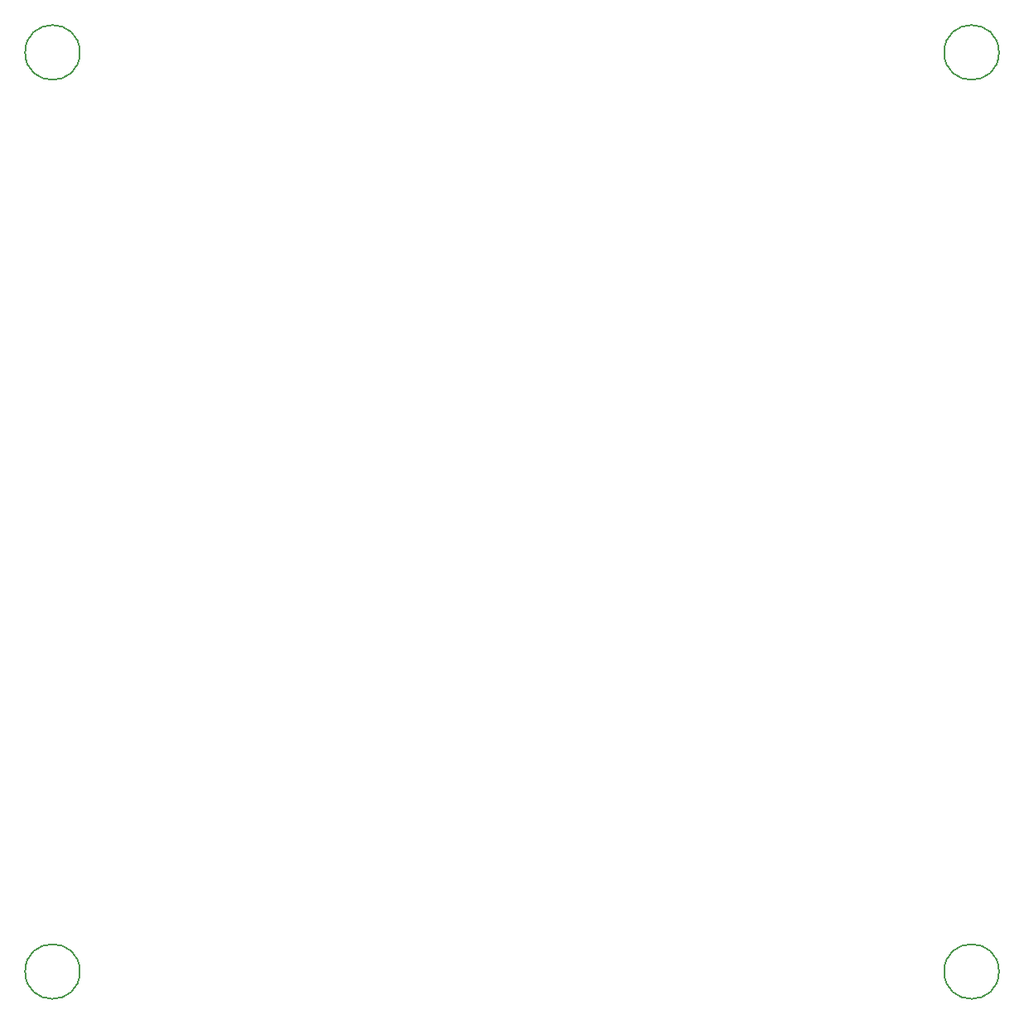
<source format=gbr>
G04 #@! TF.GenerationSoftware,KiCad,Pcbnew,9.0.3*
G04 #@! TF.CreationDate,2025-08-04T14:08:22+02:00*
G04 #@! TF.ProjectId,esp-motioncontroller,6573702d-6d6f-4746-996f-6e636f6e7472,1.0.0*
G04 #@! TF.SameCoordinates,Original*
G04 #@! TF.FileFunction,Other,Comment*
%FSLAX46Y46*%
G04 Gerber Fmt 4.6, Leading zero omitted, Abs format (unit mm)*
G04 Created by KiCad (PCBNEW 9.0.3) date 2025-08-04 14:08:22*
%MOMM*%
%LPD*%
G01*
G04 APERTURE LIST*
%ADD10C,0.150000*%
G04 APERTURE END LIST*
D10*
G04 #@! TO.C,H3*
X150800000Y-141000000D02*
G75*
G02*
X145200000Y-141000000I-2800000J0D01*
G01*
X145200000Y-141000000D02*
G75*
G02*
X150800000Y-141000000I2800000J0D01*
G01*
G04 #@! TO.C,H4*
X56800000Y-141000000D02*
G75*
G02*
X51200000Y-141000000I-2800000J0D01*
G01*
X51200000Y-141000000D02*
G75*
G02*
X56800000Y-141000000I2800000J0D01*
G01*
G04 #@! TO.C,H1*
X56800000Y-47000000D02*
G75*
G02*
X51200000Y-47000000I-2800000J0D01*
G01*
X51200000Y-47000000D02*
G75*
G02*
X56800000Y-47000000I2800000J0D01*
G01*
G04 #@! TO.C,H2*
X150800000Y-47000000D02*
G75*
G02*
X145200000Y-47000000I-2800000J0D01*
G01*
X145200000Y-47000000D02*
G75*
G02*
X150800000Y-47000000I2800000J0D01*
G01*
G04 #@! TD*
M02*

</source>
